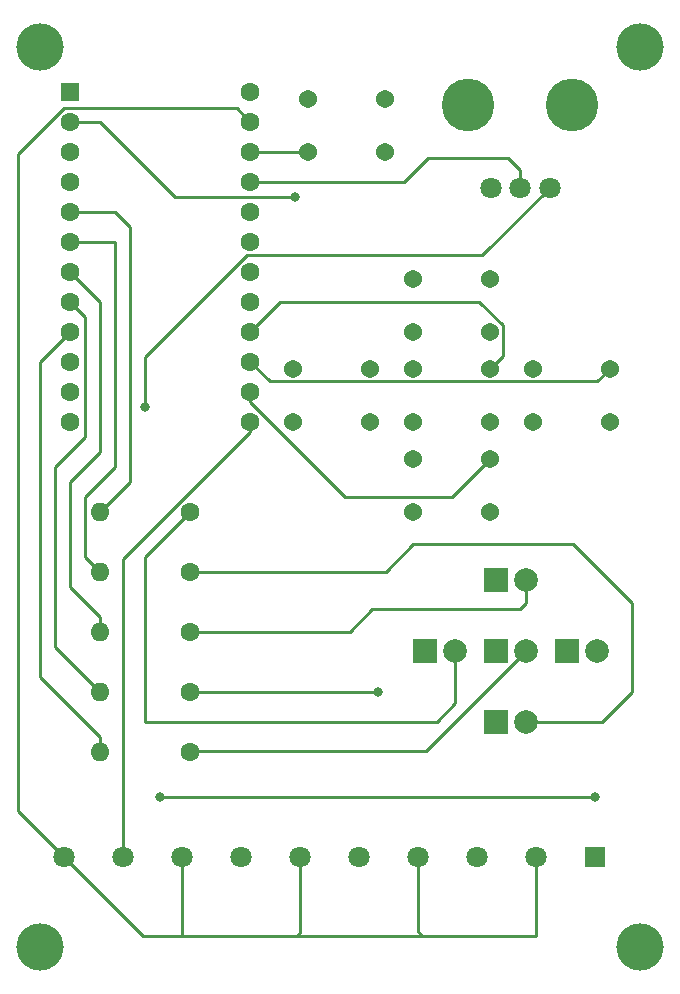
<source format=gbr>
%TF.GenerationSoftware,KiCad,Pcbnew,(5.1.6)-1*%
%TF.CreationDate,2020-06-27T19:36:01-04:00*%
%TF.ProjectId,dancegames controller,64616e63-6567-4616-9d65-7320636f6e74,rev?*%
%TF.SameCoordinates,Original*%
%TF.FileFunction,Copper,L2,Bot*%
%TF.FilePolarity,Positive*%
%FSLAX46Y46*%
G04 Gerber Fmt 4.6, Leading zero omitted, Abs format (unit mm)*
G04 Created by KiCad (PCBNEW (5.1.6)-1) date 2020-06-27 19:36:01*
%MOMM*%
%LPD*%
G01*
G04 APERTURE LIST*
%TA.AperFunction,ComponentPad*%
%ADD10C,2.000000*%
%TD*%
%TA.AperFunction,ComponentPad*%
%ADD11R,2.000000X2.000000*%
%TD*%
%TA.AperFunction,ComponentPad*%
%ADD12C,4.460000*%
%TD*%
%TA.AperFunction,ComponentPad*%
%ADD13C,1.800000*%
%TD*%
%TA.AperFunction,ComponentPad*%
%ADD14C,4.000000*%
%TD*%
%TA.AperFunction,ComponentPad*%
%ADD15C,1.540000*%
%TD*%
%TA.AperFunction,ComponentPad*%
%ADD16R,1.800000X1.800000*%
%TD*%
%TA.AperFunction,ComponentPad*%
%ADD17C,1.600000*%
%TD*%
%TA.AperFunction,ComponentPad*%
%ADD18R,1.600000X1.600000*%
%TD*%
%TA.AperFunction,ComponentPad*%
%ADD19O,1.600000X1.600000*%
%TD*%
%TA.AperFunction,ViaPad*%
%ADD20C,0.800000*%
%TD*%
%TA.AperFunction,Conductor*%
%ADD21C,0.250000*%
%TD*%
G04 APERTURE END LIST*
D10*
%TO.P,D5,2*%
%TO.N,Net-(D5-Pad2)*%
X153540000Y-114000000D03*
D11*
%TO.P,D5,1*%
%TO.N,GND*%
X151000000Y-114000000D03*
%TD*%
D10*
%TO.P,D4,2*%
%TO.N,Net-(D4-Pad2)*%
X159540000Y-114000000D03*
D11*
%TO.P,D4,1*%
%TO.N,GND*%
X157000000Y-114000000D03*
%TD*%
D10*
%TO.P,D3,2*%
%TO.N,Net-(D3-Pad2)*%
X153540000Y-108000000D03*
D11*
%TO.P,D3,1*%
%TO.N,GND*%
X151000000Y-108000000D03*
%TD*%
D10*
%TO.P,D1,2*%
%TO.N,Net-(D1-Pad2)*%
X147540000Y-114000000D03*
D11*
%TO.P,D1,1*%
%TO.N,GND*%
X145000000Y-114000000D03*
%TD*%
D10*
%TO.P,D2,2*%
%TO.N,Net-(D2-Pad2)*%
X153540000Y-120000000D03*
D11*
%TO.P,D2,1*%
%TO.N,GND*%
X151000000Y-120000000D03*
%TD*%
D12*
%TO.P,VR1,5*%
%TO.N,N/C*%
X157435000Y-67815000D03*
%TO.P,VR1,4*%
X148635000Y-67815000D03*
D13*
%TO.P,VR1,3*%
%TO.N,Net-(U1-Pad12)*%
X155535000Y-74815000D03*
%TO.P,VR1,2*%
%TO.N,+5V*%
X153035000Y-74815000D03*
%TO.P,VR1,1*%
%TO.N,GND*%
X150535000Y-74815000D03*
%TD*%
D14*
%TO.P,HOLE_M3,1*%
%TO.N,N/C*%
X163195000Y-139065000D03*
%TD*%
%TO.P,HOLE_M3,1*%
%TO.N,N/C*%
X112395000Y-139065000D03*
%TD*%
%TO.P,HOLE_M3,1*%
%TO.N,N/C*%
X163195000Y-62865000D03*
%TD*%
%TO.P,HOLE_M3,1*%
%TO.N,N/C*%
X112395000Y-62865000D03*
%TD*%
D15*
%TO.P,S4,4*%
%TO.N,Net-(S4-Pad4)*%
X154155000Y-90115000D03*
%TO.P,S4,3*%
%TO.N,Net-(S4-Pad3)*%
X160655000Y-90115000D03*
%TO.P,S4,2*%
%TO.N,GND*%
X154155000Y-94615000D03*
%TO.P,S4,1*%
%TO.N,Net-(S4-Pad1)*%
X160655000Y-94615000D03*
%TD*%
D13*
%TO.P,JPadConenctorHeader1,10*%
%TO.N,GND*%
X114385000Y-131445000D03*
%TO.P,JPadConenctorHeader1,9*%
%TO.N,Net-(JPadConenctorHeader1-Pad9)*%
X119385000Y-131445000D03*
%TO.P,JPadConenctorHeader1,8*%
%TO.N,GND*%
X124385000Y-131445000D03*
%TO.P,JPadConenctorHeader1,7*%
%TO.N,Net-(JPadConenctorHeader1-Pad7)*%
X129385000Y-131445000D03*
%TO.P,JPadConenctorHeader1,6*%
%TO.N,GND*%
X134385000Y-131445000D03*
%TO.P,JPadConenctorHeader1,5*%
%TO.N,Net-(JPadConenctorHeader1-Pad5)*%
X139385000Y-131445000D03*
%TO.P,JPadConenctorHeader1,4*%
%TO.N,GND*%
X144385000Y-131445000D03*
%TO.P,JPadConenctorHeader1,3*%
%TO.N,Net-(JPadConenctorHeader1-Pad3)*%
X149385000Y-131445000D03*
%TO.P,JPadConenctorHeader1,2*%
%TO.N,GND*%
X154385000Y-131445000D03*
D16*
%TO.P,JPadConenctorHeader1,1*%
%TO.N,Net-(JPadConenctorHeader1-Pad1)*%
X159385000Y-131445000D03*
%TD*%
D17*
%TO.P,U1,24*%
%TO.N,Net-(U1-Pad24)*%
X130175000Y-66675000D03*
%TO.P,U1,23*%
%TO.N,GND*%
X130175000Y-69215000D03*
%TO.P,U1,22*%
%TO.N,Net-(SR1-Pad2)*%
X130175000Y-71755000D03*
%TO.P,U1,21*%
%TO.N,+5V*%
X130175000Y-74295000D03*
%TO.P,U1,20*%
%TO.N,Net-(JPadConenctorHeader1-Pad1)*%
X130175000Y-76835000D03*
%TO.P,U1,19*%
%TO.N,Net-(JPadConenctorHeader1-Pad3)*%
X130175000Y-79375000D03*
%TO.P,U1,18*%
%TO.N,Net-(JPadConenctorHeader1-Pad5)*%
X130175000Y-81915000D03*
%TO.P,U1,17*%
%TO.N,Net-(JPadConenctorHeader1-Pad7)*%
X130175000Y-84455000D03*
%TO.P,U1,16*%
%TO.N,Net-(S5-Pad3)*%
X130175000Y-86995000D03*
%TO.P,U1,15*%
%TO.N,Net-(S4-Pad3)*%
X130175000Y-89535000D03*
%TO.P,U1,14*%
%TO.N,Net-(S3-Pad3)*%
X130175000Y-92075000D03*
%TO.P,U1,13*%
%TO.N,Net-(JPadConenctorHeader1-Pad9)*%
X130175000Y-94615000D03*
%TO.P,U1,12*%
%TO.N,Net-(U1-Pad12)*%
X114935000Y-94615000D03*
%TO.P,U1,11*%
%TO.N,Net-(U1-Pad11)*%
X114935000Y-92075000D03*
%TO.P,U1,10*%
%TO.N,Net-(U1-Pad10)*%
X114935000Y-89535000D03*
%TO.P,U1,9*%
%TO.N,Net-(R5-220ohm1-Pad2)*%
X114935000Y-86995000D03*
%TO.P,U1,8*%
%TO.N,Net-(R4-220ohm1-Pad2)*%
X114935000Y-84455000D03*
%TO.P,U1,7*%
%TO.N,Net-(R3-220ohm1-Pad2)*%
X114935000Y-81915000D03*
%TO.P,U1,6*%
%TO.N,Net-(R2-220ohm1-Pad2)*%
X114935000Y-79375000D03*
%TO.P,U1,5*%
%TO.N,Net-(R1-220ohm1-Pad2)*%
X114935000Y-76835000D03*
%TO.P,U1,4*%
%TO.N,Net-(U1-Pad4)*%
X114935000Y-74295000D03*
%TO.P,U1,3*%
%TO.N,Net-(U1-Pad3)*%
X114935000Y-71755000D03*
%TO.P,U1,2*%
%TO.N,Net-(S2-Pad3)*%
X114935000Y-69215000D03*
D18*
%TO.P,U1,1*%
%TO.N,Net-(S1-Pad3)*%
X114935000Y-66675000D03*
%TD*%
D15*
%TO.P,SR1,4*%
%TO.N,Net-(SR1-Pad4)*%
X135105000Y-67255000D03*
%TO.P,SR1,3*%
%TO.N,GND*%
X141605000Y-67255000D03*
%TO.P,SR1,2*%
%TO.N,Net-(SR1-Pad2)*%
X135105000Y-71755000D03*
%TO.P,SR1,1*%
%TO.N,Net-(SR1-Pad1)*%
X141605000Y-71755000D03*
%TD*%
%TO.P,S5,4*%
%TO.N,Net-(S5-Pad4)*%
X143995000Y-90115000D03*
%TO.P,S5,3*%
%TO.N,Net-(S5-Pad3)*%
X150495000Y-90115000D03*
%TO.P,S5,2*%
%TO.N,GND*%
X143995000Y-94615000D03*
%TO.P,S5,1*%
%TO.N,Net-(S5-Pad1)*%
X150495000Y-94615000D03*
%TD*%
%TO.P,S3,4*%
%TO.N,Net-(S3-Pad4)*%
X143995000Y-97735000D03*
%TO.P,S3,3*%
%TO.N,Net-(S3-Pad3)*%
X150495000Y-97735000D03*
%TO.P,S3,2*%
%TO.N,GND*%
X143995000Y-102235000D03*
%TO.P,S3,1*%
%TO.N,Net-(S3-Pad1)*%
X150495000Y-102235000D03*
%TD*%
%TO.P,S2,4*%
%TO.N,Net-(S2-Pad4)*%
X143995000Y-82495000D03*
%TO.P,S2,3*%
%TO.N,Net-(S2-Pad3)*%
X150495000Y-82495000D03*
%TO.P,S2,2*%
%TO.N,GND*%
X143995000Y-86995000D03*
%TO.P,S2,1*%
%TO.N,Net-(S2-Pad1)*%
X150495000Y-86995000D03*
%TD*%
%TO.P,S1,4*%
%TO.N,Net-(S1-Pad4)*%
X133835000Y-90115000D03*
%TO.P,S1,3*%
%TO.N,Net-(S1-Pad3)*%
X140335000Y-90115000D03*
%TO.P,S1,2*%
%TO.N,GND*%
X133835000Y-94615000D03*
%TO.P,S1,1*%
%TO.N,Net-(S1-Pad1)*%
X140335000Y-94615000D03*
%TD*%
D19*
%TO.P,R5-220ohm1,2*%
%TO.N,Net-(R5-220ohm1-Pad2)*%
X117475000Y-122555000D03*
D17*
%TO.P,R5-220ohm1,1*%
%TO.N,Net-(D5-Pad2)*%
X125095000Y-122555000D03*
%TD*%
D19*
%TO.P,R4-220ohm1,2*%
%TO.N,Net-(R4-220ohm1-Pad2)*%
X117475000Y-117475000D03*
D17*
%TO.P,R4-220ohm1,1*%
%TO.N,Net-(D4-Pad2)*%
X125095000Y-117475000D03*
%TD*%
D19*
%TO.P,R3-220ohm1,2*%
%TO.N,Net-(R3-220ohm1-Pad2)*%
X117475000Y-112395000D03*
D17*
%TO.P,R3-220ohm1,1*%
%TO.N,Net-(D3-Pad2)*%
X125095000Y-112395000D03*
%TD*%
D19*
%TO.P,R2-220ohm1,2*%
%TO.N,Net-(R2-220ohm1-Pad2)*%
X117475000Y-107315000D03*
D17*
%TO.P,R2-220ohm1,1*%
%TO.N,Net-(D2-Pad2)*%
X125095000Y-107315000D03*
%TD*%
D19*
%TO.P,R1-220ohm1,2*%
%TO.N,Net-(R1-220ohm1-Pad2)*%
X117475000Y-102235000D03*
D17*
%TO.P,R1-220ohm1,1*%
%TO.N,Net-(D1-Pad2)*%
X125095000Y-102235000D03*
%TD*%
D20*
%TO.N,Net-(D4-Pad2)*%
X141000000Y-117500000D03*
%TO.N,Net-(JPadConenctorHeader1-Pad1)*%
X122555000Y-126365000D03*
X159385000Y-126365000D03*
%TO.N,Net-(S2-Pad3)*%
X133985000Y-75565000D03*
%TO.N,Net-(U1-Pad12)*%
X121285000Y-93345000D03*
%TD*%
D21*
%TO.N,Net-(D1-Pad2)*%
X125095000Y-102235000D02*
X121285000Y-106045000D01*
X121285000Y-106045000D02*
X121285000Y-120015000D01*
X147540000Y-114000000D02*
X147540000Y-118460000D01*
X145985000Y-120015000D02*
X121285000Y-120015000D01*
X147540000Y-118460000D02*
X145985000Y-120015000D01*
%TO.N,Net-(D2-Pad2)*%
X162500000Y-117500000D02*
X160000000Y-120000000D01*
X141685000Y-107315000D02*
X144000000Y-105000000D01*
X125095000Y-107315000D02*
X141685000Y-107315000D01*
X144000000Y-105000000D02*
X157500000Y-105000000D01*
X157500000Y-105000000D02*
X162500000Y-110000000D01*
X160000000Y-120000000D02*
X153540000Y-120000000D01*
X162500000Y-110000000D02*
X162500000Y-117500000D01*
%TO.N,Net-(D3-Pad2)*%
X153540000Y-108000000D02*
X153540000Y-109960000D01*
X153540000Y-109960000D02*
X153000000Y-110500000D01*
X153000000Y-110500000D02*
X140500000Y-110500000D01*
X138605000Y-112395000D02*
X125095000Y-112395000D01*
X140500000Y-110500000D02*
X138605000Y-112395000D01*
%TO.N,Net-(D4-Pad2)*%
X140975000Y-117475000D02*
X141000000Y-117500000D01*
X137525000Y-117475000D02*
X140975000Y-117475000D01*
X137525000Y-117475000D02*
X137795000Y-117475000D01*
X125095000Y-117475000D02*
X137525000Y-117475000D01*
%TO.N,Net-(D5-Pad2)*%
X153540000Y-114000000D02*
X145040000Y-122500000D01*
X125150000Y-122500000D02*
X125095000Y-122555000D01*
X145040000Y-122500000D02*
X125150000Y-122500000D01*
%TO.N,Net-(JPadConenctorHeader1-Pad9)*%
X130175000Y-95489998D02*
X130175000Y-94615000D01*
X119385000Y-106279998D02*
X130175000Y-95489998D01*
X119385000Y-131445000D02*
X119385000Y-106279998D01*
%TO.N,Net-(JPadConenctorHeader1-Pad1)*%
X122555000Y-126365000D02*
X159385000Y-126365000D01*
X159385000Y-126365000D02*
X159385000Y-126365000D01*
%TO.N,Net-(R1-220ohm1-Pad2)*%
X117475000Y-102235000D02*
X120015000Y-99695000D01*
X120015000Y-99695000D02*
X120015000Y-78105000D01*
X114935000Y-76835000D02*
X118745000Y-76835000D01*
X118745000Y-76835000D02*
X120015000Y-78105000D01*
%TO.N,Net-(R2-220ohm1-Pad2)*%
X116205000Y-100965000D02*
X116205000Y-106045000D01*
X118745000Y-98425000D02*
X116205000Y-100965000D01*
X116205000Y-106045000D02*
X117475000Y-107315000D01*
X114935000Y-79375000D02*
X118745000Y-79375000D01*
X118745000Y-79375000D02*
X118745000Y-98425000D01*
%TO.N,Net-(R3-220ohm1-Pad2)*%
X117475000Y-112395000D02*
X117475000Y-111125000D01*
X117475000Y-111125000D02*
X114935000Y-108585000D01*
X114935000Y-108585000D02*
X114935000Y-99695000D01*
X114935000Y-99695000D02*
X117475000Y-97155000D01*
X117475000Y-84455000D02*
X114935000Y-81915000D01*
X117475000Y-97155000D02*
X117475000Y-84455000D01*
%TO.N,Net-(R4-220ohm1-Pad2)*%
X113665000Y-98425000D02*
X113665000Y-113665000D01*
X116205000Y-95885000D02*
X113665000Y-98425000D01*
X113665000Y-113665000D02*
X117475000Y-117475000D01*
X114935000Y-84455000D02*
X116205000Y-85725000D01*
X116205000Y-85725000D02*
X116205000Y-95885000D01*
%TO.N,Net-(R5-220ohm1-Pad2)*%
X112395000Y-89535000D02*
X114935000Y-86995000D01*
X117475000Y-122555000D02*
X117475000Y-121285000D01*
X117475000Y-121285000D02*
X112395000Y-116205000D01*
X112395000Y-89535000D02*
X112395000Y-116205000D01*
%TO.N,Net-(S2-Pad3)*%
X133985000Y-75565000D02*
X123825000Y-75565000D01*
X117475000Y-69215000D02*
X114935000Y-69215000D01*
X123825000Y-75565000D02*
X117475000Y-69215000D01*
%TO.N,Net-(S3-Pad3)*%
X150495000Y-97735000D02*
X147265000Y-100965000D01*
X147265000Y-100965000D02*
X138190002Y-100965000D01*
X130175000Y-92949998D02*
X130175000Y-92075000D01*
X138190002Y-100965000D02*
X130175000Y-92949998D01*
%TO.N,Net-(S4-Pad3)*%
X159559999Y-91210001D02*
X131850001Y-91210001D01*
X160655000Y-90115000D02*
X159559999Y-91210001D01*
X131850001Y-91210001D02*
X130175000Y-89535000D01*
%TO.N,Net-(S5-Pad3)*%
X151590001Y-86469399D02*
X149575602Y-84455000D01*
X150495000Y-90115000D02*
X151590001Y-89019999D01*
X151590001Y-89019999D02*
X151590001Y-86469399D01*
X132715000Y-84455000D02*
X130175000Y-86995000D01*
X149575602Y-84455000D02*
X132715000Y-84455000D01*
%TO.N,Net-(SR1-Pad2)*%
X135105000Y-71755000D02*
X130175000Y-71755000D01*
%TO.N,+5V*%
X153035000Y-73285000D02*
X153035000Y-74815000D01*
X145250000Y-72250000D02*
X152000000Y-72250000D01*
X130175000Y-74295000D02*
X143205000Y-74295000D01*
X152000000Y-72250000D02*
X153035000Y-73285000D01*
X143205000Y-74295000D02*
X145250000Y-72250000D01*
%TO.N,GND*%
X150535000Y-74815000D02*
X150015000Y-74295000D01*
%TO.N,Net-(U1-Pad12)*%
X129924997Y-80500001D02*
X149849999Y-80500001D01*
X121285000Y-93345000D02*
X121285000Y-89139998D01*
X149849999Y-80500001D02*
X155535000Y-74815000D01*
X121285000Y-89139998D02*
X129924997Y-80500001D01*
%TO.N,GND*%
X154385000Y-131445000D02*
X154385000Y-138129000D01*
X154385000Y-138129000D02*
X154338000Y-138176000D01*
X121116000Y-138176000D02*
X114385000Y-131445000D01*
X124385000Y-138101000D02*
X124460000Y-138176000D01*
X124385000Y-131445000D02*
X124385000Y-138101000D01*
X124460000Y-138176000D02*
X121116000Y-138176000D01*
X134385000Y-137903000D02*
X134112000Y-138176000D01*
X134385000Y-131445000D02*
X134385000Y-137903000D01*
X144385000Y-137781000D02*
X144780000Y-138176000D01*
X144385000Y-131445000D02*
X144385000Y-137781000D01*
X154338000Y-138176000D02*
X144780000Y-138176000D01*
X144780000Y-138176000D02*
X134112000Y-138176000D01*
X134112000Y-138176000D02*
X124460000Y-138176000D01*
X114385000Y-131445000D02*
X110500000Y-127560000D01*
X114394999Y-68089999D02*
X129049999Y-68089999D01*
X110500000Y-71984998D02*
X114394999Y-68089999D01*
X129049999Y-68089999D02*
X130175000Y-69215000D01*
X110500000Y-127560000D02*
X110500000Y-71984998D01*
%TD*%
M02*

</source>
